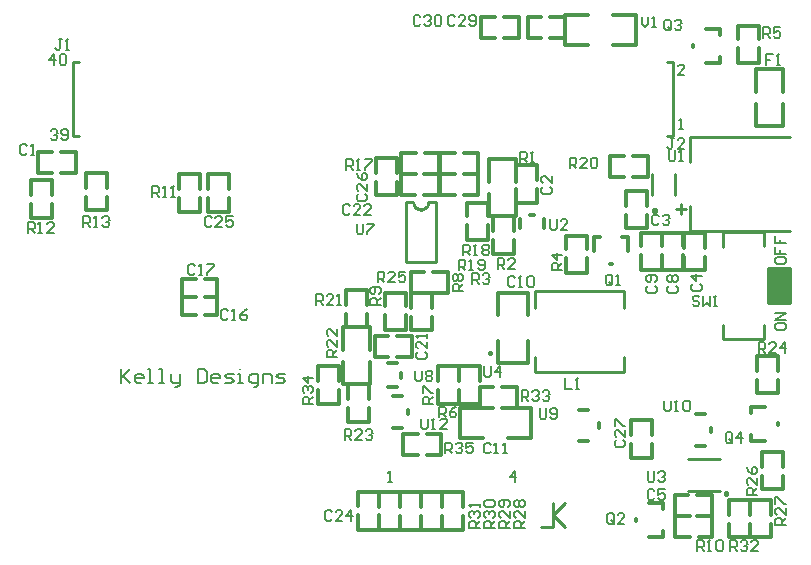
<source format=gto>
*%FSLAX23Y23*%
*%MOIN*%
G01*
%ADD11C,0.000*%
%ADD12C,0.001*%
%ADD13C,0.002*%
%ADD14C,0.006*%
%ADD15C,0.007*%
%ADD16C,0.007*%
%ADD17C,0.008*%
%ADD18C,0.010*%
%ADD19C,0.012*%
%ADD20C,0.015*%
%ADD21C,0.018*%
%ADD22C,0.022*%
%ADD23C,0.024*%
%ADD24C,0.025*%
%ADD25C,0.029*%
%ADD26C,0.031*%
%ADD27C,0.031*%
%ADD28C,0.035*%
%ADD29C,0.035*%
%ADD30C,0.039*%
%ADD31C,0.039*%
%ADD32C,0.046*%
%ADD33C,0.047*%
%ADD34C,0.050*%
%ADD35C,0.051*%
%ADD36C,0.051*%
%ADD37C,0.054*%
%ADD38C,0.055*%
%ADD39C,0.058*%
%ADD40C,0.059*%
%ADD41C,0.059*%
%ADD42C,0.062*%
%ADD43C,0.067*%
%ADD44C,0.070*%
%ADD45C,0.074*%
%ADD46C,0.115*%
%ADD47C,0.135*%
%ADD48C,0.138*%
%ADD49C,0.138*%
%ADD50C,0.158*%
%ADD51C,0.158*%
%ADD52C,0.190*%
%ADD53C,0.194*%
%ADD54C,0.236*%
%ADD55C,0.240*%
%ADD56R,0.011X0.030*%
%ADD57R,0.012X0.030*%
%ADD58R,0.014X0.033*%
%ADD59R,0.014X0.037*%
%ADD60R,0.015X0.034*%
%ADD61R,0.016X0.034*%
%ADD62R,0.018X0.037*%
%ADD63R,0.018X0.041*%
%ADD64R,0.020X0.025*%
%ADD65R,0.021X0.021*%
%ADD66R,0.024X0.029*%
%ADD67R,0.025X0.020*%
%ADD68R,0.029X0.024*%
%ADD69R,0.030X0.011*%
%ADD70R,0.030X0.030*%
%ADD71R,0.031X0.031*%
%ADD72R,0.033X0.014*%
%ADD73R,0.034X0.015*%
%ADD74R,0.034X0.034*%
%ADD75R,0.035X0.035*%
%ADD76R,0.037X0.014*%
%ADD77R,0.037X0.018*%
%ADD78R,0.039X0.055*%
%ADD79R,0.039X0.014*%
%ADD80R,0.040X0.083*%
%ADD81R,0.041X0.018*%
%ADD82R,0.043X0.059*%
%ADD83R,0.043X0.018*%
%ADD84R,0.044X0.087*%
%ADD85R,0.047X0.055*%
%ADD86R,0.048X0.024*%
%ADD87R,0.050X0.023*%
%ADD88R,0.050X0.060*%
%ADD89R,0.051X0.071*%
%ADD90R,0.051X0.059*%
%ADD91R,0.052X0.028*%
%ADD92R,0.054X0.027*%
%ADD93R,0.054X0.064*%
%ADD94R,0.055X0.039*%
%ADD95R,0.055X0.075*%
%ADD96R,0.057X0.012*%
%ADD97R,0.057X0.067*%
%ADD98R,0.059X0.043*%
%ADD99R,0.060X0.060*%
%ADD100R,0.061X0.024*%
%ADD101R,0.061X0.051*%
%ADD102R,0.061X0.016*%
%ADD103R,0.061X0.071*%
%ADD104R,0.063X0.039*%
%ADD105R,0.064X0.064*%
%ADD106R,0.065X0.028*%
%ADD107R,0.065X0.055*%
%ADD108R,0.067X0.043*%
%ADD109R,0.085X0.030*%
%ADD110R,0.089X0.034*%
%ADD111R,0.094X0.030*%
%ADD112R,0.098X0.034*%
%ADD113R,0.104X0.104*%
%ADD114R,0.108X0.108*%
%ADD115R,0.116X0.138*%
%ADD116R,0.120X0.142*%
%ADD117R,0.134X0.059*%
%ADD118R,0.138X0.039*%
%ADD119R,0.138X0.063*%
%ADD120R,0.142X0.043*%
%ADD121R,0.169X0.169*%
%ADD122R,0.173X0.173*%
%ADD123R,0.250X0.250*%
D14*
X10309Y7264D02*
Y7299D01*
X10292Y7281D01*
X10315D01*
X9899Y7264D02*
X9887D01*
X9893D02*
X9899D01*
X9893D02*
Y7299D01*
X9894D01*
X9893D02*
X9887Y7293D01*
X10852Y8619D02*
X10875D01*
X10852D02*
X10875Y8642D01*
Y8648D01*
X10869Y8654D01*
X10858D01*
X10852Y8648D01*
X8768Y8439D02*
X8762Y8433D01*
X8768Y8439D02*
X8779D01*
X8785Y8433D01*
Y8427D01*
X8786D01*
X8785D02*
X8786D01*
X8785D02*
X8786D01*
X8785D02*
X8779Y8421D01*
X8774D01*
X8779D01*
X8785Y8416D01*
Y8410D01*
X8779Y8404D01*
X8768D01*
X8762Y8410D01*
X8797D02*
X8803Y8404D01*
X8814D01*
X8820Y8410D01*
Y8433D01*
X8814Y8439D01*
X8803D01*
X8797Y8433D01*
Y8427D01*
X8803Y8421D01*
X8820D01*
X8774Y8654D02*
Y8689D01*
X8757Y8671D01*
X8780D01*
X8792Y8683D02*
X8798Y8689D01*
X8809D01*
X8815Y8683D01*
Y8660D01*
X8809Y8654D01*
X8798D01*
X8792Y8660D01*
Y8683D01*
X8997Y7639D02*
Y7594D01*
Y7609D01*
X9027Y7639D01*
X9004Y7616D01*
X9027Y7594D01*
X9049D02*
X9064D01*
X9049D02*
X9042Y7601D01*
Y7616D01*
X9049Y7624D01*
X9064D01*
X9072Y7616D01*
Y7609D01*
X9042D01*
X9087Y7594D02*
X9102D01*
X9094D01*
Y7639D01*
X9087D01*
X9124Y7594D02*
X9139D01*
X9132D01*
Y7639D01*
X9124D01*
X9162Y7624D02*
Y7601D01*
X9169Y7594D01*
X9192D01*
Y7587D01*
X9184Y7579D01*
X9177D01*
X9192Y7594D02*
Y7624D01*
X9252Y7639D02*
Y7594D01*
X9274D01*
X9282Y7601D01*
Y7631D01*
X9274Y7639D01*
X9252D01*
X9304Y7594D02*
X9319D01*
X9304D02*
X9297Y7601D01*
Y7616D01*
X9304Y7624D01*
X9319D01*
X9327Y7616D01*
Y7609D01*
X9297D01*
X9342Y7594D02*
X9364D01*
X9372Y7601D01*
X9364Y7609D01*
X9349D01*
X9342Y7616D01*
X9349Y7624D01*
X9372D01*
X9387Y7594D02*
X9402D01*
X9394D01*
Y7624D01*
X9387D01*
X9394Y7639D02*
X9395D01*
X9439Y7579D02*
X9447D01*
X9454Y7587D01*
Y7624D01*
X9432D01*
X9424Y7616D01*
Y7601D01*
X9432Y7594D01*
X9454D01*
X9469D02*
Y7624D01*
X9492D01*
X9499Y7616D01*
Y7594D01*
X9514D02*
X9537D01*
X9544Y7601D01*
X9537Y7609D01*
X9522D01*
X9514Y7616D01*
X9522Y7624D01*
X9544D01*
X10857Y8439D02*
X10869D01*
X10863D01*
Y8474D01*
X10864D01*
X10863D02*
X10857Y8468D01*
X11177Y8006D02*
Y7995D01*
X11183Y7989D01*
X11206D01*
X11212Y7995D01*
Y8006D01*
X11206Y8012D01*
X11183D01*
X11177Y8006D01*
Y8024D02*
Y8047D01*
Y8024D02*
X11195D01*
Y8036D01*
Y8024D01*
X11212D01*
X11177Y8059D02*
Y8082D01*
Y8059D02*
X11195D01*
Y8071D01*
Y8059D01*
X11212D01*
X11177Y7786D02*
Y7775D01*
X11183Y7769D01*
X11206D01*
X11212Y7775D01*
Y7786D01*
X11206Y7792D01*
X11183D01*
X11177Y7786D01*
Y7804D02*
X11212D01*
Y7827D02*
X11177Y7804D01*
Y7827D02*
X11212D01*
X8686Y8093D02*
Y8128D01*
X8703D01*
X8709Y8122D01*
Y8110D01*
X8703Y8105D01*
X8686D01*
X8698D02*
X8709Y8093D01*
X8721D02*
X8733D01*
X8727D01*
Y8128D01*
X8728D01*
X8727D02*
X8721Y8122D01*
X8750Y8093D02*
X8773D01*
X8750D02*
X8773Y8116D01*
Y8122D01*
X8768Y8128D01*
X8756D01*
X8750Y8122D01*
X8684Y8382D02*
X8678Y8388D01*
X8667D01*
X8661Y8382D01*
Y8359D01*
X8667Y8353D01*
X8678D01*
X8684Y8359D01*
X8696Y8353D02*
X8708D01*
X8702D01*
Y8388D01*
X8703D01*
X8702D02*
X8696Y8382D01*
X8871Y8148D02*
Y8113D01*
Y8148D02*
X8888D01*
X8894Y8142D01*
Y8130D01*
X8888Y8125D01*
X8871D01*
X8883D02*
X8894Y8113D01*
X8906D02*
X8918D01*
X8912D01*
Y8148D01*
X8913D01*
X8912D02*
X8906Y8142D01*
X8935D02*
X8941Y8148D01*
X8953D01*
X8958Y8142D01*
Y8136D01*
X8959D01*
X8958D02*
X8959D01*
X8958D02*
X8959D01*
X8958D02*
X8953Y8130D01*
X8947D01*
X8953D01*
X8958Y8125D01*
Y8119D01*
X8953Y8113D01*
X8941D01*
X8935Y8119D01*
X9101Y8213D02*
Y8248D01*
X9118D01*
X9124Y8242D01*
Y8230D01*
X9118Y8225D01*
X9101D01*
X9113D02*
X9124Y8213D01*
X9136D02*
X9148D01*
X9142D01*
Y8248D01*
X9143D01*
X9142D02*
X9136Y8242D01*
X9165Y8213D02*
X9177D01*
X9171D01*
Y8248D01*
X9172D01*
X9171D02*
X9165Y8242D01*
X9293Y8148D02*
X9299Y8142D01*
X9293Y8148D02*
X9282D01*
X9276Y8142D01*
Y8119D01*
X9282Y8113D01*
X9293D01*
X9299Y8119D01*
X9311Y8113D02*
X9334D01*
X9311D02*
X9334Y8136D01*
Y8142D01*
X9328Y8148D01*
X9317D01*
X9311Y8142D01*
X9346Y8148D02*
X9369D01*
X9346D02*
Y8130D01*
X9358Y8136D01*
X9363D01*
X9369Y8130D01*
Y8119D01*
X9363Y8113D01*
X9352D01*
X9346Y8119D01*
X9742Y7439D02*
Y7404D01*
Y7439D02*
X9759D01*
X9765Y7433D01*
Y7421D01*
X9759Y7416D01*
X9742D01*
X9754D02*
X9765Y7404D01*
X9777D02*
X9800D01*
X9777D02*
X9800Y7427D01*
Y7433D01*
X9794Y7439D01*
X9783D01*
X9777Y7433D01*
X9812D02*
X9818Y7439D01*
X9829D01*
X9835Y7433D01*
Y7427D01*
X9836D01*
X9835D02*
X9836D01*
X9835D02*
X9836D01*
X9835D02*
X9829Y7421D01*
X9824D01*
X9829D01*
X9835Y7416D01*
Y7410D01*
X9829Y7404D01*
X9818D01*
X9812Y7410D01*
X10919Y7884D02*
X10925Y7878D01*
X10919Y7884D02*
X10908D01*
X10902Y7878D01*
Y7872D01*
X10908Y7866D01*
X10919D01*
X10925Y7861D01*
Y7855D01*
X10919Y7849D01*
X10908D01*
X10902Y7855D01*
X10937Y7849D02*
Y7884D01*
X10949Y7861D02*
X10937Y7849D01*
X10949Y7861D02*
X10960Y7849D01*
Y7884D01*
X10972Y7849D02*
X10984D01*
X10978D01*
Y7884D01*
X10979D01*
X10978D02*
X10972Y7878D01*
X11122Y7729D02*
Y7694D01*
Y7729D02*
X11139D01*
X11145Y7723D01*
Y7711D01*
X11139Y7706D01*
X11122D01*
X11134D02*
X11145Y7694D01*
X11157D02*
X11180D01*
X11157D02*
X11180Y7717D01*
Y7723D01*
X11174Y7729D01*
X11163D01*
X11157Y7723D01*
X11209Y7729D02*
Y7694D01*
X11192Y7711D02*
X11209Y7729D01*
X11215Y7711D02*
X11192D01*
X11035Y7423D02*
Y7400D01*
Y7423D02*
X11029Y7429D01*
X11018D01*
X11012Y7423D01*
Y7400D01*
X11018Y7394D01*
X11029D01*
X11035D02*
X11024Y7406D01*
X11029Y7394D02*
X11035Y7400D01*
X11064Y7394D02*
Y7429D01*
X11047Y7411D01*
X11070D01*
X11082Y7219D02*
X11117D01*
X11082D02*
Y7236D01*
X11088Y7242D01*
X11100D01*
X11105Y7236D01*
Y7219D01*
Y7231D02*
X11117Y7242D01*
Y7254D02*
Y7277D01*
Y7254D02*
X11094Y7277D01*
X11088D01*
X11082Y7271D01*
Y7260D01*
X11088Y7254D01*
Y7301D02*
X11082Y7312D01*
X11088Y7301D02*
X11100Y7289D01*
X11111D01*
X11117Y7295D01*
Y7306D01*
X11111Y7312D01*
X11105D01*
X11100Y7306D01*
Y7289D01*
X10775Y7233D02*
X10769Y7239D01*
X10758D01*
X10752Y7233D01*
Y7210D01*
X10758Y7204D01*
X10769D01*
X10775Y7210D01*
X10787Y7239D02*
X10810D01*
X10787D02*
Y7221D01*
X10799Y7227D01*
X10804D01*
X10810Y7221D01*
Y7210D01*
X10804Y7204D01*
X10793D01*
X10787Y7210D01*
X10917Y7069D02*
Y7034D01*
Y7069D02*
X10934D01*
X10940Y7063D01*
Y7051D01*
X10934Y7046D01*
X10917D01*
X10929D02*
X10940Y7034D01*
X10952D02*
X10964D01*
X10958D01*
Y7069D01*
X10959D01*
X10958D02*
X10952Y7063D01*
X10981D02*
X10987Y7069D01*
X10999D01*
X11004Y7063D01*
Y7040D01*
X10999Y7034D01*
X10987D01*
X10981Y7040D01*
Y7063D01*
X11177Y7119D02*
X11212D01*
X11177D02*
Y7136D01*
X11183Y7142D01*
X11195D01*
X11200Y7136D01*
Y7119D01*
Y7131D02*
X11212Y7142D01*
Y7154D02*
Y7177D01*
Y7154D02*
X11189Y7177D01*
X11183D01*
X11177Y7171D01*
Y7160D01*
X11183Y7154D01*
X11177Y7189D02*
Y7212D01*
X11183D01*
X11206Y7189D01*
X11212D01*
X11027Y7069D02*
Y7034D01*
Y7069D02*
X11044D01*
X11050Y7063D01*
Y7051D01*
X11044Y7046D01*
X11027D01*
X11039D02*
X11050Y7034D01*
X11062Y7063D02*
X11068Y7069D01*
X11079D01*
X11085Y7063D01*
Y7057D01*
X11086D01*
X11085D02*
X11086D01*
X11085D02*
X11086D01*
X11085D02*
X11079Y7051D01*
X11074D01*
X11079D01*
X11085Y7046D01*
Y7040D01*
X11079Y7034D01*
X11068D01*
X11062Y7040D01*
X11097Y7034D02*
X11120D01*
X11097D02*
X11120Y7057D01*
Y7063D01*
X11114Y7069D01*
X11103D01*
X11097Y7063D01*
X10752Y7270D02*
Y7299D01*
Y7270D02*
X10758Y7264D01*
X10769D01*
X10775Y7270D01*
Y7299D01*
X10787Y7293D02*
X10793Y7299D01*
X10804D01*
X10810Y7293D01*
Y7287D01*
X10811D01*
X10810D02*
X10811D01*
X10810D02*
X10811D01*
X10810D02*
X10804Y7281D01*
X10799D01*
X10804D01*
X10810Y7276D01*
Y7270D01*
X10804Y7264D01*
X10793D01*
X10787Y7270D01*
X10807Y7505D02*
Y7534D01*
Y7505D02*
X10813Y7499D01*
X10824D01*
X10830Y7505D01*
Y7534D01*
X10842Y7499D02*
X10854D01*
X10848D01*
Y7534D01*
X10849D01*
X10848D02*
X10842Y7528D01*
X10871D02*
X10877Y7534D01*
X10889D01*
X10894Y7528D01*
Y7505D01*
X10889Y7499D01*
X10877D01*
X10871Y7505D01*
Y7528D01*
X10648Y7402D02*
X10642Y7396D01*
Y7385D01*
X10648Y7379D01*
X10671D01*
X10677Y7385D01*
Y7396D01*
X10671Y7402D01*
X10677Y7414D02*
Y7437D01*
Y7414D02*
X10654Y7437D01*
X10648D01*
X10642Y7431D01*
Y7420D01*
X10648Y7414D01*
X10642Y7449D02*
Y7472D01*
X10648D01*
X10671Y7449D01*
X10677D01*
X10640Y7153D02*
Y7130D01*
Y7153D02*
X10634Y7159D01*
X10623D01*
X10617Y7153D01*
Y7130D01*
X10623Y7124D01*
X10634D01*
X10640D02*
X10629Y7136D01*
X10634Y7124D02*
X10640Y7130D01*
X10652Y7124D02*
X10675D01*
X10652D02*
X10675Y7147D01*
Y7153D01*
X10669Y7159D01*
X10658D01*
X10652Y7153D01*
X10342Y7109D02*
X10307D01*
Y7126D01*
X10313Y7132D01*
X10325D01*
X10330Y7126D01*
Y7109D01*
Y7121D02*
X10342Y7132D01*
Y7144D02*
Y7167D01*
Y7144D02*
X10319Y7167D01*
X10313D01*
X10307Y7161D01*
Y7150D01*
X10313Y7144D01*
Y7179D02*
X10307Y7185D01*
Y7196D01*
X10313Y7202D01*
X10319D01*
X10325Y7196D01*
X10330Y7202D01*
X10336D01*
X10342Y7196D01*
Y7185D01*
X10336Y7179D01*
X10330D01*
X10325Y7185D01*
X10319Y7179D01*
X10313D01*
X10325Y7185D02*
Y7196D01*
X10292Y7109D02*
X10257D01*
Y7126D01*
X10263Y7132D01*
X10275D01*
X10280Y7126D01*
Y7109D01*
Y7121D02*
X10292Y7132D01*
Y7144D02*
Y7167D01*
Y7144D02*
X10269Y7167D01*
X10263D01*
X10257Y7161D01*
Y7150D01*
X10263Y7144D01*
X10286Y7179D02*
X10292Y7185D01*
Y7196D01*
X10286Y7202D01*
X10263D01*
X10257Y7196D01*
Y7185D01*
X10263Y7179D01*
X10269D01*
X10275Y7185D01*
Y7202D01*
X9700Y7163D02*
X9694Y7169D01*
X9683D01*
X9677Y7163D01*
Y7140D01*
X9683Y7134D01*
X9694D01*
X9700Y7140D01*
X9712Y7134D02*
X9735D01*
X9712D02*
X9735Y7157D01*
Y7163D01*
X9729Y7169D01*
X9718D01*
X9712Y7163D01*
X9764Y7169D02*
Y7134D01*
X9747Y7151D02*
X9764Y7169D01*
X9770Y7151D02*
X9747D01*
X10157Y7109D02*
X10192D01*
X10157D02*
Y7126D01*
X10163Y7132D01*
X10175D01*
X10180Y7126D01*
Y7109D01*
Y7121D02*
X10192Y7132D01*
X10163Y7144D02*
X10157Y7150D01*
Y7161D01*
X10163Y7167D01*
X10169D01*
X10170D01*
X10169D02*
X10170D01*
X10169D02*
X10170D01*
X10169D02*
X10175Y7161D01*
Y7156D01*
Y7161D01*
X10180Y7167D01*
X10186D01*
X10192Y7161D01*
Y7150D01*
X10186Y7144D01*
X10192Y7179D02*
Y7191D01*
Y7185D01*
X10157D01*
X10158D01*
X10157D02*
X10163Y7179D01*
X10207Y7109D02*
X10242D01*
X10207D02*
Y7126D01*
X10213Y7132D01*
X10225D01*
X10230Y7126D01*
Y7109D01*
Y7121D02*
X10242Y7132D01*
X10213Y7144D02*
X10207Y7150D01*
Y7161D01*
X10213Y7167D01*
X10219D01*
X10220D01*
X10219D02*
X10220D01*
X10219D02*
X10220D01*
X10219D02*
X10225Y7161D01*
Y7156D01*
Y7161D01*
X10230Y7167D01*
X10236D01*
X10242Y7161D01*
Y7150D01*
X10236Y7144D01*
X10213Y7179D02*
X10207Y7185D01*
Y7196D01*
X10213Y7202D01*
X10236D01*
X10242Y7196D01*
Y7185D01*
X10236Y7179D01*
X10213D01*
X10077Y7359D02*
Y7394D01*
X10094D01*
X10100Y7388D01*
Y7376D01*
X10094Y7371D01*
X10077D01*
X10089D02*
X10100Y7359D01*
X10112Y7388D02*
X10118Y7394D01*
X10129D01*
X10135Y7388D01*
Y7382D01*
X10136D01*
X10135D02*
X10136D01*
X10135D02*
X10136D01*
X10135D02*
X10129Y7376D01*
X10124D01*
X10129D01*
X10135Y7371D01*
Y7365D01*
X10129Y7359D01*
X10118D01*
X10112Y7365D01*
X10147Y7394D02*
X10170D01*
X10147D02*
Y7376D01*
X10159Y7382D01*
X10164D01*
X10170Y7376D01*
Y7365D01*
X10164Y7359D01*
X10153D01*
X10147Y7365D01*
X9997Y7445D02*
Y7474D01*
Y7445D02*
X10003Y7439D01*
X10014D01*
X10020Y7445D01*
Y7474D01*
X10032Y7439D02*
X10044D01*
X10038D01*
Y7474D01*
X10039D01*
X10038D02*
X10032Y7468D01*
X10061Y7439D02*
X10084D01*
X10061D02*
X10084Y7462D01*
Y7468D01*
X10079Y7474D01*
X10067D01*
X10061Y7468D01*
X10037Y7524D02*
X10002D01*
Y7541D01*
X10008Y7547D01*
X10020D01*
X10025Y7541D01*
Y7524D01*
Y7536D02*
X10037Y7547D01*
X10002Y7559D02*
Y7582D01*
X10008D01*
X10031Y7559D01*
X10037D01*
X10057Y7514D02*
Y7479D01*
Y7514D02*
X10074D01*
X10080Y7508D01*
Y7496D01*
X10074Y7491D01*
X10057D01*
X10069D02*
X10080Y7479D01*
X10104Y7508D02*
X10115Y7514D01*
X10104Y7508D02*
X10092Y7496D01*
Y7485D01*
X10098Y7479D01*
X10109D01*
X10115Y7485D01*
Y7491D01*
X10109Y7496D01*
X10092D01*
X10332Y7534D02*
Y7569D01*
X10349D01*
X10355Y7563D01*
Y7551D01*
X10349Y7546D01*
X10332D01*
X10344D02*
X10355Y7534D01*
X10367Y7563D02*
X10373Y7569D01*
X10384D01*
X10390Y7563D01*
Y7557D01*
X10391D01*
X10390D02*
X10391D01*
X10390D02*
X10391D01*
X10390D02*
X10384Y7551D01*
X10379D01*
X10384D01*
X10390Y7546D01*
Y7540D01*
X10384Y7534D01*
X10373D01*
X10367Y7540D01*
X10402Y7563D02*
X10408Y7569D01*
X10419D01*
X10425Y7563D01*
Y7557D01*
X10426D01*
X10425D02*
X10426D01*
X10425D02*
X10426D01*
X10425D02*
X10419Y7551D01*
X10414D01*
X10419D01*
X10425Y7546D01*
Y7540D01*
X10419Y7534D01*
X10408D01*
X10402Y7540D01*
X10229Y7387D02*
X10223Y7393D01*
X10212D01*
X10206Y7387D01*
Y7364D01*
X10212Y7358D01*
X10223D01*
X10229Y7364D01*
X10241Y7358D02*
X10253D01*
X10247D01*
Y7393D01*
X10248D01*
X10247D02*
X10241Y7387D01*
X10270Y7358D02*
X10282D01*
X10276D01*
Y7393D01*
X10277D01*
X10276D02*
X10270Y7387D01*
X10392Y7480D02*
Y7509D01*
Y7480D02*
X10398Y7474D01*
X10409D01*
X10415Y7480D01*
Y7509D01*
X10427Y7480D02*
X10433Y7474D01*
X10444D01*
X10450Y7480D01*
Y7503D01*
X10444Y7509D01*
X10433D01*
X10427Y7503D01*
Y7497D01*
X10433Y7491D01*
X10450D01*
X10477Y7574D02*
Y7609D01*
Y7574D02*
X10500D01*
X10512D02*
X10524D01*
X10518D01*
Y7609D01*
X10519D01*
X10518D02*
X10512Y7603D01*
X10310Y7943D02*
X10304Y7949D01*
X10293D01*
X10287Y7943D01*
Y7920D01*
X10293Y7914D01*
X10304D01*
X10310Y7920D01*
X10322Y7914D02*
X10334D01*
X10328D01*
Y7949D01*
X10329D01*
X10328D02*
X10322Y7943D01*
X10351D02*
X10357Y7949D01*
X10369D01*
X10374Y7943D01*
Y7920D01*
X10369Y7914D01*
X10357D01*
X10351Y7920D01*
Y7943D01*
X10207Y7649D02*
Y7620D01*
X10213Y7614D01*
X10224D01*
X10230Y7620D01*
Y7649D01*
X10259D02*
Y7614D01*
X10242Y7631D02*
X10259Y7649D01*
X10265Y7631D02*
X10242D01*
X9862Y7854D02*
X9827D01*
Y7871D01*
X9833Y7877D01*
X9845D01*
X9850Y7871D01*
Y7854D01*
Y7866D02*
X9862Y7877D01*
X9856Y7889D02*
X9862Y7895D01*
Y7906D01*
X9856Y7912D01*
X9833D01*
X9827Y7906D01*
Y7895D01*
X9833Y7889D01*
X9839D01*
X9845Y7895D01*
Y7912D01*
X10102Y7899D02*
X10137D01*
X10102D02*
Y7916D01*
X10108Y7922D01*
X10120D01*
X10125Y7916D01*
Y7899D01*
Y7911D02*
X10137Y7922D01*
X10108Y7934D02*
X10102Y7940D01*
Y7951D01*
X10108Y7957D01*
X10114D01*
X10120Y7951D01*
X10125Y7957D01*
X10131D01*
X10137Y7951D01*
Y7940D01*
X10131Y7934D01*
X10125D01*
X10120Y7940D01*
X10114Y7934D01*
X10108D01*
X10120Y7940D02*
Y7951D01*
X9852Y7964D02*
Y7929D01*
Y7964D02*
X9869D01*
X9875Y7958D01*
Y7946D01*
X9869Y7941D01*
X9852D01*
X9864D02*
X9875Y7929D01*
X9887D02*
X9910D01*
X9887D02*
X9910Y7952D01*
Y7958D01*
X9904Y7964D01*
X9893D01*
X9887Y7958D01*
X9922Y7964D02*
X9945D01*
X9922D02*
Y7946D01*
X9934Y7952D01*
X9939D01*
X9945Y7946D01*
Y7935D01*
X9939Y7929D01*
X9928D01*
X9922Y7935D01*
X9995Y8813D02*
X9989Y8819D01*
X9978D01*
X9972Y8813D01*
Y8790D01*
X9978Y8784D01*
X9989D01*
X9995Y8790D01*
X10007Y8813D02*
X10013Y8819D01*
X10024D01*
X10030Y8813D01*
Y8807D01*
X10031D01*
X10030D02*
X10031D01*
X10030D02*
X10031D01*
X10030D02*
X10024Y8801D01*
X10019D01*
X10024D01*
X10030Y8796D01*
Y8790D01*
X10024Y8784D01*
X10013D01*
X10007Y8790D01*
X10042Y8813D02*
X10048Y8819D01*
X10059D01*
X10065Y8813D01*
Y8790D01*
X10059Y8784D01*
X10048D01*
X10042Y8790D01*
Y8813D01*
X10104Y8819D02*
X10110Y8813D01*
X10104Y8819D02*
X10093D01*
X10087Y8813D01*
Y8790D01*
X10093Y8784D01*
X10104D01*
X10110Y8790D01*
X10122Y8784D02*
X10145D01*
X10122D02*
X10145Y8807D01*
Y8813D01*
X10139Y8819D01*
X10128D01*
X10122Y8813D01*
X10157Y8790D02*
X10163Y8784D01*
X10174D01*
X10180Y8790D01*
Y8813D01*
X10174Y8819D01*
X10163D01*
X10157Y8813D01*
Y8807D01*
X10163Y8801D01*
X10180D01*
X10732Y8791D02*
Y8814D01*
Y8791D02*
X10744Y8779D01*
X10755Y8791D01*
Y8814D01*
X10767Y8779D02*
X10779D01*
X10773D01*
Y8814D01*
X10774D01*
X10773D02*
X10767Y8808D01*
X10830Y8798D02*
Y8775D01*
Y8798D02*
X10824Y8804D01*
X10813D01*
X10807Y8798D01*
Y8775D01*
X10813Y8769D01*
X10824D01*
X10830D02*
X10819Y8781D01*
X10824Y8769D02*
X10830Y8775D01*
X10842Y8798D02*
X10848Y8804D01*
X10859D01*
X10865Y8798D01*
Y8792D01*
X10866D01*
X10865D02*
X10866D01*
X10865D02*
X10866D01*
X10865D02*
X10859Y8786D01*
X10854D01*
X10859D01*
X10865Y8781D01*
Y8775D01*
X10859Y8769D01*
X10848D01*
X10842Y8775D01*
X11137Y8779D02*
Y8744D01*
Y8779D02*
X11154D01*
X11160Y8773D01*
Y8761D01*
X11154Y8756D01*
X11137D01*
X11149D02*
X11160Y8744D01*
X11172Y8779D02*
X11195D01*
X11172D02*
Y8761D01*
X11184Y8767D01*
X11189D01*
X11195Y8761D01*
Y8750D01*
X11189Y8744D01*
X11178D01*
X11172Y8750D01*
X11170Y8689D02*
X11147D01*
Y8671D01*
X11159D01*
X11147D01*
Y8654D01*
X11182D02*
X11194D01*
X11188D01*
Y8689D01*
X11189D01*
X11188D02*
X11182Y8683D01*
X8800Y8739D02*
X8789D01*
X8794D01*
Y8710D01*
X8789Y8704D01*
X8783D01*
X8777Y8710D01*
X8812Y8704D02*
X8824D01*
X8818D01*
Y8739D01*
X8819D01*
X8818D02*
X8812Y8733D01*
X10492Y8344D02*
Y8309D01*
Y8344D02*
X10509D01*
X10515Y8338D01*
Y8326D01*
X10509Y8321D01*
X10492D01*
X10504D02*
X10515Y8309D01*
X10527D02*
X10550D01*
X10527D02*
X10550Y8332D01*
Y8338D01*
X10544Y8344D01*
X10533D01*
X10527Y8338D01*
X10562D02*
X10568Y8344D01*
X10579D01*
X10585Y8338D01*
Y8315D01*
X10579Y8309D01*
X10568D01*
X10562Y8315D01*
Y8338D01*
X10784Y8154D02*
X10790Y8148D01*
X10784Y8154D02*
X10773D01*
X10767Y8148D01*
Y8125D01*
X10773Y8119D01*
X10784D01*
X10790Y8125D01*
X10802Y8148D02*
X10808Y8154D01*
X10819D01*
X10825Y8148D01*
Y8142D01*
X10826D01*
X10825D02*
X10826D01*
X10825D02*
X10826D01*
X10825D02*
X10819Y8136D01*
X10814D01*
X10819D01*
X10825Y8131D01*
Y8125D01*
X10819Y8119D01*
X10808D01*
X10802Y8125D01*
X10822Y8340D02*
Y8369D01*
Y8340D02*
X10828Y8334D01*
X10839D01*
X10845Y8340D01*
Y8369D01*
X10857Y8334D02*
X10869D01*
X10863D01*
Y8369D01*
X10864D01*
X10863D02*
X10857Y8363D01*
X10840Y8409D02*
X10829D01*
X10834D01*
Y8380D01*
X10829Y8374D01*
X10823D01*
X10817Y8380D01*
X10852Y8374D02*
X10875D01*
X10852D02*
X10875Y8397D01*
Y8403D01*
X10869Y8409D01*
X10858D01*
X10852Y8403D01*
X10903Y7922D02*
X10897Y7916D01*
Y7905D01*
X10903Y7899D01*
X10926D01*
X10932Y7905D01*
Y7916D01*
X10926Y7922D01*
X10932Y7951D02*
X10897D01*
X10915Y7934D01*
Y7957D01*
X10823Y7917D02*
X10817Y7911D01*
Y7900D01*
X10823Y7894D01*
X10846D01*
X10852Y7900D01*
Y7911D01*
X10846Y7917D01*
X10823Y7929D02*
X10817Y7935D01*
Y7946D01*
X10823Y7952D01*
X10829D01*
X10835Y7946D01*
X10840Y7952D01*
X10846D01*
X10852Y7946D01*
Y7935D01*
X10846Y7929D01*
X10840D01*
X10835Y7935D01*
X10829Y7929D01*
X10823D01*
X10835Y7935D02*
Y7946D01*
X10753Y7917D02*
X10747Y7911D01*
Y7900D01*
X10753Y7894D01*
X10776D01*
X10782Y7900D01*
Y7911D01*
X10776Y7917D01*
Y7929D02*
X10782Y7935D01*
Y7946D01*
X10776Y7952D01*
X10753D01*
X10747Y7946D01*
Y7935D01*
X10753Y7929D01*
X10759D01*
X10765Y7935D01*
Y7952D01*
X10635Y7948D02*
Y7925D01*
Y7948D02*
X10629Y7954D01*
X10618D01*
X10612Y7948D01*
Y7925D01*
X10618Y7919D01*
X10629D01*
X10635D02*
X10624Y7931D01*
X10629Y7919D02*
X10635Y7925D01*
X10647Y7919D02*
X10659D01*
X10653D01*
Y7954D01*
X10654D01*
X10653D02*
X10647Y7948D01*
X10467Y7969D02*
X10432D01*
Y7986D01*
X10438Y7992D01*
X10450D01*
X10455Y7986D01*
Y7969D01*
Y7981D02*
X10467Y7992D01*
Y8021D02*
X10432D01*
X10450Y8004D01*
Y8027D01*
X10252Y8009D02*
Y7974D01*
Y8009D02*
X10269D01*
X10275Y8003D01*
Y7991D01*
X10269Y7986D01*
X10252D01*
X10264D02*
X10275Y7974D01*
X10287D02*
X10310D01*
X10287D02*
X10310Y7997D01*
Y8003D01*
X10304Y8009D01*
X10293D01*
X10287Y8003D01*
X10427Y8110D02*
Y8139D01*
Y8110D02*
X10433Y8104D01*
X10444D01*
X10450Y8110D01*
Y8139D01*
X10462Y8104D02*
X10485D01*
X10462D02*
X10485Y8127D01*
Y8133D01*
X10479Y8139D01*
X10468D01*
X10462Y8133D01*
X10397Y8241D02*
X10403Y8247D01*
X10397Y8241D02*
Y8230D01*
X10403Y8224D01*
X10426D01*
X10432Y8230D01*
Y8241D01*
X10426Y8247D01*
X10432Y8259D02*
Y8282D01*
Y8259D02*
X10409Y8282D01*
X10403D01*
X10397Y8276D01*
Y8265D01*
X10403Y8259D01*
X10327Y8329D02*
Y8364D01*
X10344D01*
X10350Y8358D01*
Y8346D01*
X10344Y8341D01*
X10327D01*
X10339D02*
X10350Y8329D01*
X10362D02*
X10374D01*
X10368D01*
Y8364D01*
X10369D01*
X10368D02*
X10362Y8358D01*
X10167Y7959D02*
Y7924D01*
Y7959D02*
X10184D01*
X10190Y7953D01*
Y7941D01*
X10184Y7936D01*
X10167D01*
X10179D02*
X10190Y7924D01*
X10202Y7953D02*
X10208Y7959D01*
X10219D01*
X10225Y7953D01*
Y7947D01*
X10226D01*
X10225D02*
X10226D01*
X10225D02*
X10226D01*
X10225D02*
X10219Y7941D01*
X10214D01*
X10219D01*
X10225Y7936D01*
Y7930D01*
X10219Y7924D01*
X10208D01*
X10202Y7930D01*
X10122Y7969D02*
Y8004D01*
X10139D01*
X10145Y7998D01*
Y7986D01*
X10139Y7981D01*
X10122D01*
X10134D02*
X10145Y7969D01*
X10157D02*
X10169D01*
X10163D01*
Y8004D01*
X10164D01*
X10163D02*
X10157Y7998D01*
X10186Y7975D02*
X10192Y7969D01*
X10204D01*
X10209Y7975D01*
Y7998D01*
X10204Y8004D01*
X10192D01*
X10186Y7998D01*
Y7992D01*
X10192Y7986D01*
X10209D01*
X10137Y8019D02*
Y8054D01*
X10154D01*
X10160Y8048D01*
Y8036D01*
X10154Y8031D01*
X10137D01*
X10149D02*
X10160Y8019D01*
X10172D02*
X10184D01*
X10178D01*
Y8054D01*
X10179D01*
X10178D02*
X10172Y8048D01*
X10201D02*
X10207Y8054D01*
X10219D01*
X10224Y8048D01*
Y8042D01*
X10219Y8036D01*
X10224Y8031D01*
Y8025D01*
X10219Y8019D01*
X10207D01*
X10201Y8025D01*
Y8031D01*
X10207Y8036D01*
X10201Y8042D01*
Y8048D01*
X10207Y8036D02*
X10219D01*
X9747Y8304D02*
Y8339D01*
X9764D01*
X9770Y8333D01*
Y8321D01*
X9764Y8316D01*
X9747D01*
X9759D02*
X9770Y8304D01*
X9782D02*
X9794D01*
X9788D01*
Y8339D01*
X9789D01*
X9788D02*
X9782Y8333D01*
X9811Y8339D02*
X9834D01*
Y8333D01*
X9811Y8310D01*
Y8304D01*
X9754Y8189D02*
X9760Y8183D01*
X9754Y8189D02*
X9743D01*
X9737Y8183D01*
Y8160D01*
X9743Y8154D01*
X9754D01*
X9760Y8160D01*
X9772Y8154D02*
X9795D01*
X9772D02*
X9795Y8177D01*
Y8183D01*
X9789Y8189D01*
X9778D01*
X9772Y8183D01*
X9807Y8154D02*
X9830D01*
X9807D02*
X9830Y8177D01*
Y8183D01*
X9824Y8189D01*
X9813D01*
X9807Y8183D01*
X9782Y8216D02*
X9788Y8222D01*
X9782Y8216D02*
Y8205D01*
X9788Y8199D01*
X9811D01*
X9817Y8205D01*
Y8216D01*
X9811Y8222D01*
X9817Y8234D02*
Y8257D01*
Y8234D02*
X9794Y8257D01*
X9788D01*
X9782Y8251D01*
Y8240D01*
X9788Y8234D01*
Y8281D02*
X9782Y8292D01*
X9788Y8281D02*
X9800Y8269D01*
X9811D01*
X9817Y8275D01*
Y8286D01*
X9811Y8292D01*
X9805D01*
X9800Y8286D01*
Y8269D01*
X9782Y8124D02*
Y8095D01*
X9788Y8089D01*
X9799D01*
X9805Y8095D01*
Y8124D01*
X9817D02*
X9840D01*
Y8118D01*
X9817Y8095D01*
Y8089D01*
X9647Y7889D02*
Y7854D01*
Y7889D02*
X9664D01*
X9670Y7883D01*
Y7871D01*
X9664Y7866D01*
X9647D01*
X9659D02*
X9670Y7854D01*
X9682D02*
X9705D01*
X9682D02*
X9705Y7877D01*
Y7883D01*
X9699Y7889D01*
X9688D01*
X9682Y7883D01*
X9717Y7854D02*
X9729D01*
X9723D01*
Y7889D01*
X9724D01*
X9723D02*
X9717Y7883D01*
X9981Y7690D02*
X9987Y7696D01*
X9981Y7690D02*
Y7679D01*
X9987Y7673D01*
X10010D01*
X10016Y7679D01*
Y7690D01*
X10010Y7696D01*
X10016Y7708D02*
Y7731D01*
Y7708D02*
X9993Y7731D01*
X9987D01*
X9981Y7725D01*
Y7714D01*
X9987Y7708D01*
X10016Y7743D02*
Y7755D01*
Y7749D01*
X9981D01*
X9982D01*
X9981D02*
X9987Y7743D01*
X9977Y7634D02*
Y7605D01*
X9983Y7599D01*
X9994D01*
X10000Y7605D01*
Y7634D01*
X10012Y7628D02*
X10018Y7634D01*
X10029D01*
X10035Y7628D01*
Y7622D01*
X10029Y7616D01*
X10035Y7611D01*
Y7605D01*
X10029Y7599D01*
X10018D01*
X10012Y7605D01*
Y7611D01*
X10018Y7616D01*
X10012Y7622D01*
Y7628D01*
X10018Y7616D02*
X10029D01*
X9717Y7679D02*
X9682D01*
Y7696D01*
X9688Y7702D01*
X9700D01*
X9705Y7696D01*
Y7679D01*
Y7691D02*
X9717Y7702D01*
Y7714D02*
Y7737D01*
Y7714D02*
X9694Y7737D01*
X9688D01*
X9682Y7731D01*
Y7720D01*
X9688Y7714D01*
X9717Y7749D02*
Y7772D01*
Y7749D02*
X9694Y7772D01*
X9688D01*
X9682Y7766D01*
Y7755D01*
X9688Y7749D01*
X9637Y7524D02*
X9602D01*
Y7541D01*
X9608Y7547D01*
X9620D01*
X9625Y7541D01*
Y7524D01*
Y7536D02*
X9637Y7547D01*
X9608Y7559D02*
X9602Y7565D01*
Y7576D01*
X9608Y7582D01*
X9614D01*
X9615D01*
X9614D02*
X9615D01*
X9614D02*
X9615D01*
X9614D02*
X9620Y7576D01*
Y7571D01*
Y7576D01*
X9625Y7582D01*
X9631D01*
X9637Y7576D01*
Y7565D01*
X9631Y7559D01*
X9637Y7611D02*
X9602D01*
X9620Y7594D01*
Y7617D01*
X9244Y7982D02*
X9238Y7988D01*
X9227D01*
X9221Y7982D01*
Y7959D01*
X9227Y7953D01*
X9238D01*
X9244Y7959D01*
X9256Y7953D02*
X9268D01*
X9262D01*
Y7988D01*
X9263D01*
X9262D02*
X9256Y7982D01*
X9285Y7988D02*
X9308D01*
Y7982D01*
X9285Y7959D01*
Y7953D01*
X9348Y7838D02*
X9354Y7832D01*
X9348Y7838D02*
X9337D01*
X9331Y7832D01*
Y7809D01*
X9337Y7803D01*
X9348D01*
X9354Y7809D01*
X9366Y7803D02*
X9378D01*
X9372D01*
Y7838D01*
X9373D01*
X9372D02*
X9366Y7832D01*
X9407D02*
X9418Y7838D01*
X9407Y7832D02*
X9395Y7820D01*
Y7809D01*
X9401Y7803D01*
X9413D01*
X9418Y7809D01*
Y7815D01*
X9413Y7820D01*
X9395D01*
D18*
X10771Y8163D02*
Y8172D01*
X10780D01*
Y8163D01*
X10771D01*
X10222Y7697D02*
Y7689D01*
Y7697D02*
X10230D01*
Y7689D01*
X10222D01*
X10847Y8174D02*
X10880D01*
X10864Y8191D02*
Y8157D01*
X11178Y7974D02*
Y7862D01*
X11217Y7863D02*
Y7974D01*
X11209D02*
Y7862D01*
X11202D02*
Y7973D01*
X11195D02*
Y7864D01*
X11187D02*
Y7974D01*
X11170D02*
Y7862D01*
X11162Y7859D02*
Y7974D01*
X11154Y7977D02*
Y7859D01*
X11227D02*
Y7977D01*
X11139Y8048D02*
Y8095D01*
Y7785D02*
Y7741D01*
X11002Y8047D02*
Y8095D01*
Y7785D02*
Y7741D01*
X11209Y7974D02*
X11217D01*
X11209Y7862D02*
X11202D01*
Y7973D02*
X11195D01*
Y7864D02*
X11187D01*
Y7974D02*
X11178D01*
Y7862D02*
X11170D01*
Y7974D02*
X11162D01*
Y7859D02*
X11154D01*
Y7977D02*
X11227D01*
Y7859D02*
X11154D01*
X11139Y8095D02*
X11002D01*
Y7741D02*
X11139D01*
X11017Y7221D02*
X11009D01*
Y7229D01*
X11017D01*
Y7221D01*
X10992Y7339D02*
X10887D01*
Y7234D02*
X10992D01*
X10477Y7114D02*
X10437Y7154D01*
X10477Y7194D01*
X10437D02*
Y7114D01*
X10397D01*
X10672Y7629D02*
Y7679D01*
X10377D02*
Y7629D01*
X10672Y7844D02*
Y7899D01*
X10377D02*
Y7844D01*
Y7629D02*
X10672D01*
Y7899D02*
X10377D01*
X10837Y8417D02*
Y8662D01*
X8837D02*
Y8417D01*
X10817D02*
X10837D01*
Y8662D02*
X10817D01*
X8857D02*
X8837D01*
Y8417D02*
X8857D01*
X10844Y8291D02*
Y8220D01*
X10766D02*
Y8291D01*
X10892Y8329D02*
Y8414D01*
Y8184D02*
Y8099D01*
Y8414D02*
X11227D01*
Y8099D02*
X10892D01*
X10021Y8196D02*
X10021Y8193D01*
X10020Y8190D01*
X10019Y8187D01*
X10018Y8184D01*
X10016Y8181D01*
X10014Y8179D01*
X10011Y8177D01*
X10008Y8175D01*
X10006Y8173D01*
X10002Y8172D01*
X9999Y8172D01*
X9996Y8171D01*
X9993Y8172D01*
X9989Y8172D01*
X9986Y8173D01*
X9983Y8175D01*
X9981Y8177D01*
X9978Y8179D01*
X9976Y8181D01*
X9974Y8184D01*
X9973Y8187D01*
X9972Y8190D01*
X9971Y8193D01*
X9971Y8196D01*
X10046D02*
Y7996D01*
X9946D02*
Y8196D01*
X9971D01*
X10021D02*
X10046D01*
Y7996D02*
X9946D01*
D19*
X8696Y8143D02*
Y8188D01*
X8766D02*
Y8143D01*
Y8218D02*
Y8268D01*
X8696D02*
Y8218D01*
Y8143D02*
X8766D01*
Y8268D02*
X8696D01*
X8721Y8293D02*
Y8363D01*
X8846D02*
Y8293D01*
X8766Y8363D02*
X8721D01*
Y8293D02*
X8766D01*
X8796D02*
X8846D01*
Y8363D02*
X8796D01*
X8881Y8213D02*
Y8168D01*
X8951D02*
Y8213D01*
Y8243D02*
Y8293D01*
X8881D02*
Y8243D01*
Y8168D02*
X8951D01*
Y8293D02*
X8881D01*
X9191Y8208D02*
Y8163D01*
X9261D02*
Y8208D01*
Y8238D02*
Y8288D01*
X9191D02*
Y8238D01*
Y8163D02*
X9261D01*
Y8288D02*
X9191D01*
X9286Y8208D02*
Y8163D01*
X9356D02*
Y8208D01*
Y8238D02*
Y8288D01*
X9286D02*
Y8238D01*
Y8163D02*
X9356D01*
Y8288D02*
X9286D01*
X9752Y7509D02*
Y7464D01*
X9822D02*
Y7509D01*
Y7539D02*
Y7589D01*
X9752D02*
Y7539D01*
Y7464D02*
X9822D01*
Y7589D02*
X9752D01*
X11117Y7604D02*
Y7559D01*
X11187D02*
Y7604D01*
Y7634D02*
Y7684D01*
X11117D02*
Y7634D01*
Y7559D02*
X11187D01*
Y7684D02*
X11117D01*
X11097Y7514D02*
Y7494D01*
X11187Y7459D02*
Y7454D01*
X11097Y7419D02*
Y7399D01*
Y7514D02*
X11142D01*
Y7399D02*
X11097D01*
X11132Y7284D02*
Y7239D01*
X11202D02*
Y7284D01*
Y7314D02*
Y7364D01*
X11132D02*
Y7314D01*
Y7239D02*
X11202D01*
Y7364D02*
X11132D01*
X10967Y7219D02*
Y7149D01*
X10842D02*
Y7219D01*
X10917D02*
X10967D01*
Y7149D02*
X10917D01*
X10887D02*
X10842D01*
Y7219D02*
X10887D01*
X10967Y7149D02*
Y7079D01*
X10842D02*
Y7149D01*
X10922Y7079D02*
X10967D01*
Y7149D02*
X10922D01*
X10892D02*
X10842D01*
Y7079D02*
X10892D01*
X11092Y7154D02*
Y7204D01*
X11162D02*
Y7154D01*
Y7124D02*
Y7079D01*
X11092D02*
Y7124D01*
Y7204D02*
X11162D01*
Y7079D02*
X11092D01*
X11022Y7154D02*
Y7204D01*
X11092D02*
Y7154D01*
Y7124D02*
Y7079D01*
X11022D02*
Y7124D01*
Y7204D02*
X11092D01*
Y7079D02*
X11022D01*
X10962Y7429D02*
Y7444D01*
X10942Y7489D02*
X10912D01*
Y7384D02*
X10942D01*
X10697Y7389D02*
Y7344D01*
X10767D02*
Y7389D01*
Y7419D02*
Y7469D01*
X10697D02*
Y7419D01*
Y7344D02*
X10767D01*
Y7469D02*
X10697D01*
X10802Y7099D02*
Y7079D01*
X10712Y7134D02*
Y7139D01*
X10802Y7174D02*
Y7194D01*
Y7079D02*
X10757D01*
Y7194D02*
X10802D01*
X10067Y7149D02*
Y7104D01*
X10137D02*
Y7149D01*
Y7179D02*
Y7229D01*
X10067D02*
Y7179D01*
Y7104D02*
X10137D01*
Y7229D02*
X10067D01*
X9997Y7149D02*
Y7104D01*
X10067D02*
Y7149D01*
Y7179D02*
Y7229D01*
X9997D02*
Y7179D01*
Y7104D02*
X10067D01*
Y7229D02*
X9997D01*
X9857Y7154D02*
Y7104D01*
X9787D02*
Y7154D01*
Y7184D02*
Y7229D01*
X9857D02*
Y7184D01*
Y7104D02*
X9787D01*
Y7229D02*
X9857D01*
Y7149D02*
Y7104D01*
X9927D02*
Y7149D01*
Y7179D02*
Y7229D01*
X9857D02*
Y7179D01*
Y7104D02*
X9927D01*
Y7229D02*
X9857D01*
X9927Y7149D02*
Y7104D01*
X9997D02*
Y7149D01*
Y7179D02*
Y7229D01*
X9927D02*
Y7179D01*
Y7104D02*
X9997D01*
Y7229D02*
X9927D01*
X9937Y7354D02*
Y7424D01*
X10062D02*
Y7354D01*
X9987D02*
X9937D01*
Y7424D02*
X9987D01*
X10017D02*
X10062D01*
Y7354D02*
X10017D01*
X9932Y7444D02*
X9902D01*
Y7549D02*
X9932D01*
X9952Y7504D02*
Y7489D01*
X10052Y7524D02*
Y7569D01*
X10122D02*
Y7524D01*
Y7599D02*
Y7649D01*
X10052D02*
Y7599D01*
Y7524D02*
X10122D01*
Y7649D02*
X10052D01*
X10122Y7569D02*
Y7524D01*
X10192D02*
Y7569D01*
Y7599D02*
Y7649D01*
X10122D02*
Y7599D01*
Y7524D02*
X10192D01*
Y7649D02*
X10122D01*
X10192Y7579D02*
Y7509D01*
X10317D02*
Y7579D01*
X10237D02*
X10192D01*
Y7509D02*
X10237D01*
X10267D02*
X10317D01*
Y7579D02*
X10267D01*
X10362Y7509D02*
Y7409D01*
X10127D02*
Y7509D01*
X10287Y7409D02*
X10362D01*
Y7509D02*
X10287D01*
X10202D02*
X10127D01*
Y7409D02*
X10202D01*
X10590Y7444D02*
Y7459D01*
X10552Y7399D02*
X10522D01*
Y7504D02*
X10552D01*
X10252Y7659D02*
Y7734D01*
X10352D02*
Y7659D01*
Y7819D02*
Y7894D01*
X10252D02*
Y7819D01*
Y7659D02*
X10352D01*
Y7894D02*
X10252D01*
X9947D02*
Y7849D01*
X9877D02*
Y7894D01*
Y7819D02*
Y7769D01*
X9947D02*
Y7819D01*
Y7894D02*
X9877D01*
Y7769D02*
X9947D01*
X9962D02*
Y7814D01*
X10032D02*
Y7769D01*
Y7844D02*
Y7894D01*
X9962D02*
Y7844D01*
Y7769D02*
X10032D01*
Y7894D02*
X9962D01*
Y7964D01*
X10087D02*
Y7894D01*
X10007Y7964D02*
X9962D01*
Y7894D02*
X10007D01*
X10037D02*
X10087D01*
Y7964D02*
X10037D01*
X10197Y8744D02*
Y8814D01*
X10322D02*
Y8744D01*
X10242Y8814D02*
X10197D01*
Y8744D02*
X10242D01*
X10272D02*
X10322D01*
Y8814D02*
X10272D01*
X10352D02*
Y8744D01*
X10477D02*
Y8814D01*
X10397D02*
X10352D01*
Y8744D02*
X10397D01*
X10427D02*
X10477D01*
Y8814D02*
X10427D01*
X10712Y8819D02*
Y8719D01*
X10477D02*
Y8819D01*
X10637D02*
X10712D01*
Y8719D02*
X10637D01*
X10552D02*
X10477D01*
Y8819D02*
X10552D01*
X10992Y8774D02*
Y8754D01*
X10902Y8719D02*
Y8714D01*
X10992Y8679D02*
Y8659D01*
Y8774D02*
X10947D01*
Y8659D02*
X10992D01*
X11122Y8739D02*
Y8784D01*
X11052D02*
Y8739D01*
Y8709D02*
Y8659D01*
X11122D02*
Y8709D01*
Y8784D02*
X11052D01*
Y8659D02*
X11122D01*
X11112Y8524D02*
Y8449D01*
X11202D02*
Y8524D01*
Y8564D02*
Y8639D01*
X11112D02*
Y8564D01*
Y8449D02*
X11202D01*
Y8639D02*
X11112D01*
X10627Y8349D02*
Y8279D01*
X10752D02*
Y8349D01*
X10672D02*
X10627D01*
Y8279D02*
X10672D01*
X10702D02*
X10752D01*
Y8349D02*
X10702D01*
X10681Y8153D02*
Y8108D01*
X10751D02*
Y8153D01*
Y8183D02*
Y8233D01*
X10681D02*
Y8183D01*
Y8108D02*
X10751D01*
Y8233D02*
X10681D01*
X10872Y8014D02*
Y7969D01*
X10942D02*
Y8014D01*
Y8044D02*
Y8094D01*
X10872D02*
Y8044D01*
Y7969D02*
X10942D01*
Y8094D02*
X10872D01*
X10871Y8093D02*
Y8048D01*
X10801D02*
Y8093D01*
Y8018D02*
Y7968D01*
X10871D02*
Y8018D01*
Y8093D02*
X10801D01*
Y7968D02*
X10871D01*
X10801Y8048D02*
Y8093D01*
X10731D02*
Y8048D01*
Y8018D02*
Y7968D01*
X10801D02*
Y8018D01*
Y8093D02*
X10731D01*
Y7968D02*
X10801D01*
X10687Y8034D02*
Y8079D01*
X10572D02*
Y8034D01*
X10667Y8079D02*
X10687D01*
X10632Y7989D02*
X10627D01*
X10592Y8079D02*
X10572D01*
X10551Y8083D02*
Y8038D01*
X10481D02*
Y8083D01*
Y8008D02*
Y7958D01*
X10551D02*
Y8008D01*
Y8083D02*
X10481D01*
Y7958D02*
X10551D01*
X10237Y8024D02*
Y8069D01*
X10307D02*
Y8024D01*
Y8099D02*
Y8149D01*
X10237D02*
Y8099D01*
Y8024D02*
X10307D01*
Y8149D02*
X10237D01*
X10407Y8139D02*
Y8109D01*
X10327D02*
Y8139D01*
X10360Y8153D02*
X10375D01*
X10312Y8194D02*
Y8239D01*
X10382D02*
Y8194D01*
Y8269D02*
Y8319D01*
X10312D02*
Y8269D01*
Y8194D02*
X10382D01*
Y8319D02*
X10312D01*
X10222Y8224D02*
Y8149D01*
X10312D02*
Y8224D01*
Y8264D02*
Y8339D01*
X10222D02*
Y8264D01*
Y8149D02*
X10312D01*
Y8339D02*
X10222D01*
X10221Y8193D02*
Y8148D01*
X10151D02*
Y8193D01*
Y8118D02*
Y8068D01*
X10221D02*
Y8118D01*
Y8193D02*
X10151D01*
Y8068D02*
X10221D01*
X10186Y8218D02*
Y8288D01*
X10061D02*
Y8218D01*
X10141D02*
X10186D01*
Y8288D02*
X10141D01*
X10111D02*
X10061D01*
Y8218D02*
X10111D01*
X10186Y8288D02*
Y8358D01*
X10061D02*
Y8288D01*
X10141D02*
X10186D01*
Y8358D02*
X10141D01*
X10111D02*
X10061D01*
Y8288D02*
X10111D01*
X10056D02*
Y8358D01*
X9931D02*
Y8288D01*
X10011D02*
X10056D01*
Y8358D02*
X10011D01*
X9981D02*
X9931D01*
Y8288D02*
X9981D01*
X9931D02*
Y8218D01*
X10056D02*
Y8288D01*
X9976D02*
X9931D01*
Y8218D02*
X9976D01*
X10006D02*
X10056D01*
Y8288D02*
X10006D01*
X9846Y8263D02*
Y8218D01*
X9916D02*
Y8263D01*
Y8293D02*
Y8343D01*
X9846D02*
Y8293D01*
Y8218D02*
X9916D01*
Y8343D02*
X9846D01*
X9747Y7824D02*
Y7779D01*
X9817D02*
Y7824D01*
Y7854D02*
Y7904D01*
X9747D02*
Y7854D01*
Y7779D02*
X9817D01*
Y7904D02*
X9747D01*
X9842Y7749D02*
Y7679D01*
X9967D02*
Y7749D01*
X9887D02*
X9842D01*
Y7679D02*
X9887D01*
X9917D02*
X9967D01*
Y7749D02*
X9917D01*
X9931Y7626D02*
Y7611D01*
X9917Y7579D02*
X9887D01*
Y7659D02*
X9917D01*
X9737Y7664D02*
Y7589D01*
X9827D02*
Y7664D01*
Y7704D02*
Y7779D01*
X9737D02*
Y7704D01*
Y7589D02*
X9827D01*
Y7779D02*
X9737D01*
X9722Y7649D02*
X9652D01*
Y7524D02*
X9722D01*
X9652Y7599D02*
Y7649D01*
X9722D02*
Y7599D01*
Y7569D02*
Y7524D01*
X9652D02*
Y7569D01*
X9318Y7878D02*
Y7938D01*
X9201D02*
Y7878D01*
X9276Y7938D02*
X9318D01*
Y7878D02*
X9276D01*
X9246D02*
X9201D01*
Y7938D02*
X9246D01*
X9318Y7878D02*
Y7818D01*
X9201D02*
Y7878D01*
X9276D02*
X9318D01*
Y7818D02*
X9276D01*
X9246D02*
X9201D01*
Y7878D02*
X9246D01*
D02*
M02*

</source>
